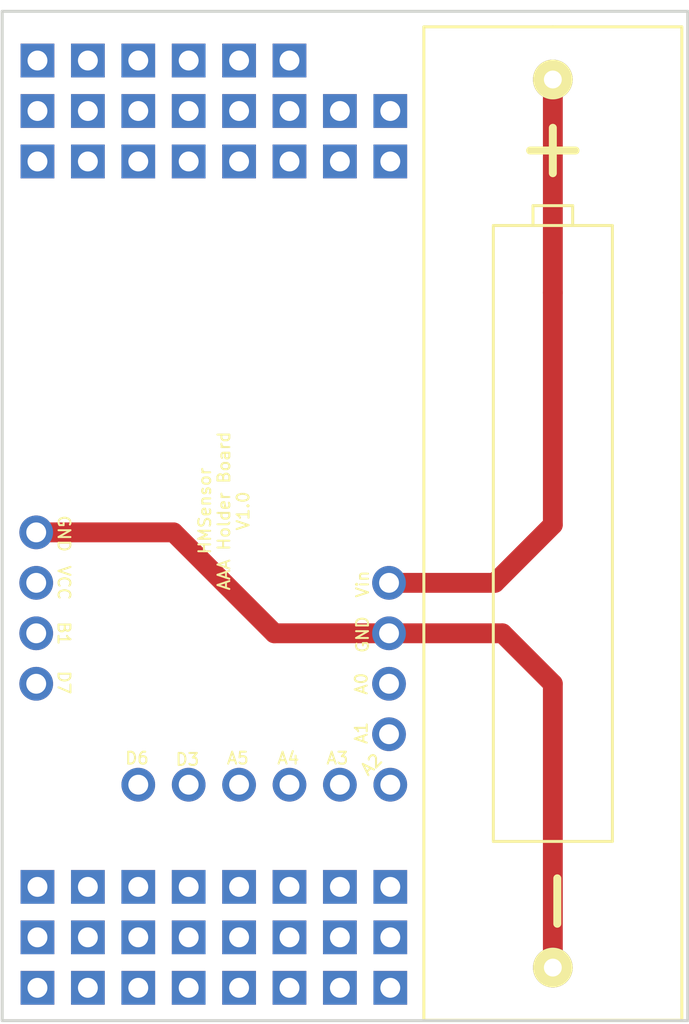
<source format=kicad_pcb>
(kicad_pcb (version 4) (host pcbnew 4.0.2-stable)

  (general
    (links 3)
    (no_connects 0)
    (area 169.088999 84.760999 203.783001 135.711001)
    (thickness 1.6)
    (drawings 19)
    (tracks 10)
    (zones 0)
    (modules 52)
    (nets 14)
  )

  (page A4)
  (layers
    (0 F.Cu signal)
    (31 B.Cu signal)
    (32 B.Adhes user)
    (33 F.Adhes user)
    (34 B.Paste user)
    (35 F.Paste user)
    (36 B.SilkS user)
    (37 F.SilkS user)
    (38 B.Mask user)
    (39 F.Mask user)
    (40 Dwgs.User user)
    (41 Cmts.User user)
    (42 Eco1.User user)
    (43 Eco2.User user)
    (44 Edge.Cuts user)
    (45 Margin user)
    (46 B.CrtYd user)
    (47 F.CrtYd user)
    (48 B.Fab user)
    (49 F.Fab user)
  )

  (setup
    (last_trace_width 0.25)
    (user_trace_width 1)
    (trace_clearance 0.2)
    (zone_clearance 0.508)
    (zone_45_only yes)
    (trace_min 0.2)
    (segment_width 0.2)
    (edge_width 0.15)
    (via_size 0.6)
    (via_drill 0.4)
    (via_min_size 0.4)
    (via_min_drill 0.3)
    (uvia_size 0.3)
    (uvia_drill 0.1)
    (uvias_allowed no)
    (uvia_min_size 0.2)
    (uvia_min_drill 0.1)
    (pcb_text_width 0.3)
    (pcb_text_size 1.5 1.5)
    (mod_edge_width 0.15)
    (mod_text_size 1 1)
    (mod_text_width 0.15)
    (pad_size 2 2)
    (pad_drill 0.9)
    (pad_to_mask_clearance 0.2)
    (aux_axis_origin 0 0)
    (visible_elements 7FFFFF7F)
    (pcbplotparams
      (layerselection 0x010f0_80000001)
      (usegerberextensions true)
      (excludeedgelayer true)
      (linewidth 0.100000)
      (plotframeref false)
      (viasonmask false)
      (mode 1)
      (useauxorigin false)
      (hpglpennumber 1)
      (hpglpenspeed 20)
      (hpglpendiameter 15)
      (hpglpenoverlay 2)
      (psnegative false)
      (psa4output false)
      (plotreference true)
      (plotvalue true)
      (plotinvisibletext false)
      (padsonsilk false)
      (subtractmaskfromsilk false)
      (outputformat 1)
      (mirror false)
      (drillshape 0)
      (scaleselection 1)
      (outputdirectory gerber/))
  )

  (net 0 "")
  (net 1 GND)
  (net 2 /A0)
  (net 3 /A1)
  (net 4 /A2)
  (net 5 /D3)
  (net 6 /A3)
  (net 7 /A4)
  (net 8 /A5)
  (net 9 /D6)
  (net 10 /Vin)
  (net 11 /D7)
  (net 12 /B1)
  (net 13 /VCC)

  (net_class Default "This is the default net class."
    (clearance 0.2)
    (trace_width 0.25)
    (via_dia 0.6)
    (via_drill 0.4)
    (uvia_dia 0.3)
    (uvia_drill 0.1)
    (add_net /A0)
    (add_net /A1)
    (add_net /A2)
    (add_net /A3)
    (add_net /A4)
    (add_net /A5)
    (add_net /B1)
    (add_net /D3)
    (add_net /D6)
    (add_net /D7)
    (add_net /VCC)
    (add_net /Vin)
    (add_net GND)
  )

  (net_class Fett ""
    (clearance 0.2)
    (trace_width 1)
    (via_dia 0.6)
    (via_drill 0.4)
    (uvia_dia 0.3)
    (uvia_drill 0.1)
  )

  (module Mounting_Holes:MountingHole_2.2mm_M2 (layer F.Cu) (tedit 592DBE53) (tstamp 595E056C)
    (at 188.087 86.741)
    (descr "Mounting Hole 2.2mm, no annular, M2")
    (tags "mounting hole 2.2mm no annular m2")
    (fp_text reference REF** (at -0.127 4.826) (layer F.SilkS) hide
      (effects (font (size 1 1) (thickness 0.15)))
    )
    (fp_text value MountingHole_2.2mm_M2 (at 0 3.2) (layer F.Fab) hide
      (effects (font (size 1 1) (thickness 0.15)))
    )
    (fp_circle (center 0 0) (end 2.2 0) (layer Cmts.User) (width 0.15))
    (fp_circle (center 0 0) (end 2.45 0) (layer F.CrtYd) (width 0.05))
    (pad 1 np_thru_hole circle (at 0 0) (size 2.2 2.2) (drill 2.2) (layers *.Cu *.Mask))
  )

  (module Pin_Headers:Pin_Header_Straight_1x01_Pitch2.54mm (layer F.Cu) (tedit 595C989C) (tstamp 595C9F34)
    (at 170.942 92.3925)
    (descr "Through hole straight pin header, 1x01, 2.54mm pitch, single row")
    (tags "Through hole pin header THT 1x01 2.54mm single row")
    (fp_text reference REF**24 (at 0 -2.33) (layer F.SilkS) hide
      (effects (font (size 1 1) (thickness 0.15)))
    )
    (fp_text value Pin_Header_Straight_1x01_Pitch2.54mm (at 0 2.33) (layer F.Fab) hide
      (effects (font (size 1 1) (thickness 0.15)))
    )
    (fp_line (start -1.27 -1.27) (end -1.27 1.27) (layer F.Fab) (width 0.1))
    (fp_line (start -1.27 1.27) (end 1.27 1.27) (layer F.Fab) (width 0.1))
    (fp_line (start 1.27 1.27) (end 1.27 -1.27) (layer F.Fab) (width 0.1))
    (fp_line (start 1.27 -1.27) (end -1.27 -1.27) (layer F.Fab) (width 0.1))
    (fp_line (start -1.8 -1.8) (end -1.8 1.8) (layer F.CrtYd) (width 0.05))
    (fp_line (start -1.8 1.8) (end 1.8 1.8) (layer F.CrtYd) (width 0.05))
    (fp_line (start 1.8 1.8) (end 1.8 -1.8) (layer F.CrtYd) (width 0.05))
    (fp_line (start 1.8 -1.8) (end -1.8 -1.8) (layer F.CrtYd) (width 0.05))
    (pad 1 thru_hole rect (at 0 0) (size 1.7 1.7) (drill 1) (layers *.Cu *.Mask))
  )

  (module Pin_Headers:Pin_Header_Straight_1x01_Pitch2.54mm (layer F.Cu) (tedit 595C989C) (tstamp 595C9F28)
    (at 173.482 92.3925)
    (descr "Through hole straight pin header, 1x01, 2.54mm pitch, single row")
    (tags "Through hole pin header THT 1x01 2.54mm single row")
    (fp_text reference REF**23 (at 0 -2.33) (layer F.SilkS) hide
      (effects (font (size 1 1) (thickness 0.15)))
    )
    (fp_text value Pin_Header_Straight_1x01_Pitch2.54mm (at 0 2.33) (layer F.Fab) hide
      (effects (font (size 1 1) (thickness 0.15)))
    )
    (fp_line (start -1.27 -1.27) (end -1.27 1.27) (layer F.Fab) (width 0.1))
    (fp_line (start -1.27 1.27) (end 1.27 1.27) (layer F.Fab) (width 0.1))
    (fp_line (start 1.27 1.27) (end 1.27 -1.27) (layer F.Fab) (width 0.1))
    (fp_line (start 1.27 -1.27) (end -1.27 -1.27) (layer F.Fab) (width 0.1))
    (fp_line (start -1.8 -1.8) (end -1.8 1.8) (layer F.CrtYd) (width 0.05))
    (fp_line (start -1.8 1.8) (end 1.8 1.8) (layer F.CrtYd) (width 0.05))
    (fp_line (start 1.8 1.8) (end 1.8 -1.8) (layer F.CrtYd) (width 0.05))
    (fp_line (start 1.8 -1.8) (end -1.8 -1.8) (layer F.CrtYd) (width 0.05))
    (pad 1 thru_hole rect (at 0 0) (size 1.7 1.7) (drill 1) (layers *.Cu *.Mask))
  )

  (module Pin_Headers:Pin_Header_Straight_1x01_Pitch2.54mm (layer F.Cu) (tedit 595C989C) (tstamp 595C9F1C)
    (at 176.022 92.3925)
    (descr "Through hole straight pin header, 1x01, 2.54mm pitch, single row")
    (tags "Through hole pin header THT 1x01 2.54mm single row")
    (fp_text reference REF**22 (at 0 -2.33) (layer F.SilkS) hide
      (effects (font (size 1 1) (thickness 0.15)))
    )
    (fp_text value Pin_Header_Straight_1x01_Pitch2.54mm (at 0 2.33) (layer F.Fab) hide
      (effects (font (size 1 1) (thickness 0.15)))
    )
    (fp_line (start -1.27 -1.27) (end -1.27 1.27) (layer F.Fab) (width 0.1))
    (fp_line (start -1.27 1.27) (end 1.27 1.27) (layer F.Fab) (width 0.1))
    (fp_line (start 1.27 1.27) (end 1.27 -1.27) (layer F.Fab) (width 0.1))
    (fp_line (start 1.27 -1.27) (end -1.27 -1.27) (layer F.Fab) (width 0.1))
    (fp_line (start -1.8 -1.8) (end -1.8 1.8) (layer F.CrtYd) (width 0.05))
    (fp_line (start -1.8 1.8) (end 1.8 1.8) (layer F.CrtYd) (width 0.05))
    (fp_line (start 1.8 1.8) (end 1.8 -1.8) (layer F.CrtYd) (width 0.05))
    (fp_line (start 1.8 -1.8) (end -1.8 -1.8) (layer F.CrtYd) (width 0.05))
    (pad 1 thru_hole rect (at 0 0) (size 1.7 1.7) (drill 1) (layers *.Cu *.Mask))
  )

  (module Pin_Headers:Pin_Header_Straight_1x01_Pitch2.54mm (layer F.Cu) (tedit 595C989C) (tstamp 595C9F10)
    (at 178.562 92.3925)
    (descr "Through hole straight pin header, 1x01, 2.54mm pitch, single row")
    (tags "Through hole pin header THT 1x01 2.54mm single row")
    (fp_text reference REF**21 (at 0 -2.33) (layer F.SilkS) hide
      (effects (font (size 1 1) (thickness 0.15)))
    )
    (fp_text value Pin_Header_Straight_1x01_Pitch2.54mm (at 0 2.33) (layer F.Fab) hide
      (effects (font (size 1 1) (thickness 0.15)))
    )
    (fp_line (start -1.27 -1.27) (end -1.27 1.27) (layer F.Fab) (width 0.1))
    (fp_line (start -1.27 1.27) (end 1.27 1.27) (layer F.Fab) (width 0.1))
    (fp_line (start 1.27 1.27) (end 1.27 -1.27) (layer F.Fab) (width 0.1))
    (fp_line (start 1.27 -1.27) (end -1.27 -1.27) (layer F.Fab) (width 0.1))
    (fp_line (start -1.8 -1.8) (end -1.8 1.8) (layer F.CrtYd) (width 0.05))
    (fp_line (start -1.8 1.8) (end 1.8 1.8) (layer F.CrtYd) (width 0.05))
    (fp_line (start 1.8 1.8) (end 1.8 -1.8) (layer F.CrtYd) (width 0.05))
    (fp_line (start 1.8 -1.8) (end -1.8 -1.8) (layer F.CrtYd) (width 0.05))
    (pad 1 thru_hole rect (at 0 0) (size 1.7 1.7) (drill 1) (layers *.Cu *.Mask))
  )

  (module Pin_Headers:Pin_Header_Straight_1x01_Pitch2.54mm (layer F.Cu) (tedit 595C989C) (tstamp 595C9F04)
    (at 181.102 92.3925)
    (descr "Through hole straight pin header, 1x01, 2.54mm pitch, single row")
    (tags "Through hole pin header THT 1x01 2.54mm single row")
    (fp_text reference REF**20 (at 0 -2.33) (layer F.SilkS) hide
      (effects (font (size 1 1) (thickness 0.15)))
    )
    (fp_text value Pin_Header_Straight_1x01_Pitch2.54mm (at 0 2.33) (layer F.Fab) hide
      (effects (font (size 1 1) (thickness 0.15)))
    )
    (fp_line (start -1.27 -1.27) (end -1.27 1.27) (layer F.Fab) (width 0.1))
    (fp_line (start -1.27 1.27) (end 1.27 1.27) (layer F.Fab) (width 0.1))
    (fp_line (start 1.27 1.27) (end 1.27 -1.27) (layer F.Fab) (width 0.1))
    (fp_line (start 1.27 -1.27) (end -1.27 -1.27) (layer F.Fab) (width 0.1))
    (fp_line (start -1.8 -1.8) (end -1.8 1.8) (layer F.CrtYd) (width 0.05))
    (fp_line (start -1.8 1.8) (end 1.8 1.8) (layer F.CrtYd) (width 0.05))
    (fp_line (start 1.8 1.8) (end 1.8 -1.8) (layer F.CrtYd) (width 0.05))
    (fp_line (start 1.8 -1.8) (end -1.8 -1.8) (layer F.CrtYd) (width 0.05))
    (pad 1 thru_hole rect (at 0 0) (size 1.7 1.7) (drill 1) (layers *.Cu *.Mask))
  )

  (module Pin_Headers:Pin_Header_Straight_1x01_Pitch2.54mm (layer F.Cu) (tedit 595C989C) (tstamp 595C9EF8)
    (at 183.642 92.3925)
    (descr "Through hole straight pin header, 1x01, 2.54mm pitch, single row")
    (tags "Through hole pin header THT 1x01 2.54mm single row")
    (fp_text reference REF**19 (at 0 -2.33) (layer F.SilkS) hide
      (effects (font (size 1 1) (thickness 0.15)))
    )
    (fp_text value Pin_Header_Straight_1x01_Pitch2.54mm (at 0 2.33) (layer F.Fab) hide
      (effects (font (size 1 1) (thickness 0.15)))
    )
    (fp_line (start -1.27 -1.27) (end -1.27 1.27) (layer F.Fab) (width 0.1))
    (fp_line (start -1.27 1.27) (end 1.27 1.27) (layer F.Fab) (width 0.1))
    (fp_line (start 1.27 1.27) (end 1.27 -1.27) (layer F.Fab) (width 0.1))
    (fp_line (start 1.27 -1.27) (end -1.27 -1.27) (layer F.Fab) (width 0.1))
    (fp_line (start -1.8 -1.8) (end -1.8 1.8) (layer F.CrtYd) (width 0.05))
    (fp_line (start -1.8 1.8) (end 1.8 1.8) (layer F.CrtYd) (width 0.05))
    (fp_line (start 1.8 1.8) (end 1.8 -1.8) (layer F.CrtYd) (width 0.05))
    (fp_line (start 1.8 -1.8) (end -1.8 -1.8) (layer F.CrtYd) (width 0.05))
    (pad 1 thru_hole rect (at 0 0) (size 1.7 1.7) (drill 1) (layers *.Cu *.Mask))
  )

  (module Pin_Headers:Pin_Header_Straight_1x01_Pitch2.54mm (layer F.Cu) (tedit 595C989C) (tstamp 595C9EEC)
    (at 186.182 92.3925)
    (descr "Through hole straight pin header, 1x01, 2.54mm pitch, single row")
    (tags "Through hole pin header THT 1x01 2.54mm single row")
    (fp_text reference REF**18 (at 0 -2.33) (layer F.SilkS) hide
      (effects (font (size 1 1) (thickness 0.15)))
    )
    (fp_text value Pin_Header_Straight_1x01_Pitch2.54mm (at 0 2.33) (layer F.Fab) hide
      (effects (font (size 1 1) (thickness 0.15)))
    )
    (fp_line (start -1.27 -1.27) (end -1.27 1.27) (layer F.Fab) (width 0.1))
    (fp_line (start -1.27 1.27) (end 1.27 1.27) (layer F.Fab) (width 0.1))
    (fp_line (start 1.27 1.27) (end 1.27 -1.27) (layer F.Fab) (width 0.1))
    (fp_line (start 1.27 -1.27) (end -1.27 -1.27) (layer F.Fab) (width 0.1))
    (fp_line (start -1.8 -1.8) (end -1.8 1.8) (layer F.CrtYd) (width 0.05))
    (fp_line (start -1.8 1.8) (end 1.8 1.8) (layer F.CrtYd) (width 0.05))
    (fp_line (start 1.8 1.8) (end 1.8 -1.8) (layer F.CrtYd) (width 0.05))
    (fp_line (start 1.8 -1.8) (end -1.8 -1.8) (layer F.CrtYd) (width 0.05))
    (pad 1 thru_hole rect (at 0 0) (size 1.7 1.7) (drill 1) (layers *.Cu *.Mask))
  )

  (module Pin_Headers:Pin_Header_Straight_1x01_Pitch2.54mm (layer F.Cu) (tedit 595C989C) (tstamp 595C9EE0)
    (at 188.722 92.3925)
    (descr "Through hole straight pin header, 1x01, 2.54mm pitch, single row")
    (tags "Through hole pin header THT 1x01 2.54mm single row")
    (fp_text reference REF**17 (at 0 -2.33) (layer F.SilkS) hide
      (effects (font (size 1 1) (thickness 0.15)))
    )
    (fp_text value Pin_Header_Straight_1x01_Pitch2.54mm (at 0 2.33) (layer F.Fab) hide
      (effects (font (size 1 1) (thickness 0.15)))
    )
    (fp_line (start -1.27 -1.27) (end -1.27 1.27) (layer F.Fab) (width 0.1))
    (fp_line (start -1.27 1.27) (end 1.27 1.27) (layer F.Fab) (width 0.1))
    (fp_line (start 1.27 1.27) (end 1.27 -1.27) (layer F.Fab) (width 0.1))
    (fp_line (start 1.27 -1.27) (end -1.27 -1.27) (layer F.Fab) (width 0.1))
    (fp_line (start -1.8 -1.8) (end -1.8 1.8) (layer F.CrtYd) (width 0.05))
    (fp_line (start -1.8 1.8) (end 1.8 1.8) (layer F.CrtYd) (width 0.05))
    (fp_line (start 1.8 1.8) (end 1.8 -1.8) (layer F.CrtYd) (width 0.05))
    (fp_line (start 1.8 -1.8) (end -1.8 -1.8) (layer F.CrtYd) (width 0.05))
    (pad 1 thru_hole rect (at 0 0) (size 1.7 1.7) (drill 1) (layers *.Cu *.Mask))
  )

  (module Pin_Headers:Pin_Header_Straight_1x01_Pitch2.54mm (layer F.Cu) (tedit 595C989C) (tstamp 595C9ED4)
    (at 170.942 89.8525)
    (descr "Through hole straight pin header, 1x01, 2.54mm pitch, single row")
    (tags "Through hole pin header THT 1x01 2.54mm single row")
    (fp_text reference REF**16 (at 0 -2.33) (layer F.SilkS) hide
      (effects (font (size 1 1) (thickness 0.15)))
    )
    (fp_text value Pin_Header_Straight_1x01_Pitch2.54mm (at 0 2.33) (layer F.Fab) hide
      (effects (font (size 1 1) (thickness 0.15)))
    )
    (fp_line (start -1.27 -1.27) (end -1.27 1.27) (layer F.Fab) (width 0.1))
    (fp_line (start -1.27 1.27) (end 1.27 1.27) (layer F.Fab) (width 0.1))
    (fp_line (start 1.27 1.27) (end 1.27 -1.27) (layer F.Fab) (width 0.1))
    (fp_line (start 1.27 -1.27) (end -1.27 -1.27) (layer F.Fab) (width 0.1))
    (fp_line (start -1.8 -1.8) (end -1.8 1.8) (layer F.CrtYd) (width 0.05))
    (fp_line (start -1.8 1.8) (end 1.8 1.8) (layer F.CrtYd) (width 0.05))
    (fp_line (start 1.8 1.8) (end 1.8 -1.8) (layer F.CrtYd) (width 0.05))
    (fp_line (start 1.8 -1.8) (end -1.8 -1.8) (layer F.CrtYd) (width 0.05))
    (pad 1 thru_hole rect (at 0 0) (size 1.7 1.7) (drill 1) (layers *.Cu *.Mask))
  )

  (module Pin_Headers:Pin_Header_Straight_1x01_Pitch2.54mm (layer F.Cu) (tedit 595C989C) (tstamp 595C9EC8)
    (at 173.482 89.8525)
    (descr "Through hole straight pin header, 1x01, 2.54mm pitch, single row")
    (tags "Through hole pin header THT 1x01 2.54mm single row")
    (fp_text reference REF**15 (at 0 -2.33) (layer F.SilkS) hide
      (effects (font (size 1 1) (thickness 0.15)))
    )
    (fp_text value Pin_Header_Straight_1x01_Pitch2.54mm (at 0 2.33) (layer F.Fab) hide
      (effects (font (size 1 1) (thickness 0.15)))
    )
    (fp_line (start -1.27 -1.27) (end -1.27 1.27) (layer F.Fab) (width 0.1))
    (fp_line (start -1.27 1.27) (end 1.27 1.27) (layer F.Fab) (width 0.1))
    (fp_line (start 1.27 1.27) (end 1.27 -1.27) (layer F.Fab) (width 0.1))
    (fp_line (start 1.27 -1.27) (end -1.27 -1.27) (layer F.Fab) (width 0.1))
    (fp_line (start -1.8 -1.8) (end -1.8 1.8) (layer F.CrtYd) (width 0.05))
    (fp_line (start -1.8 1.8) (end 1.8 1.8) (layer F.CrtYd) (width 0.05))
    (fp_line (start 1.8 1.8) (end 1.8 -1.8) (layer F.CrtYd) (width 0.05))
    (fp_line (start 1.8 -1.8) (end -1.8 -1.8) (layer F.CrtYd) (width 0.05))
    (pad 1 thru_hole rect (at 0 0) (size 1.7 1.7) (drill 1) (layers *.Cu *.Mask))
  )

  (module Pin_Headers:Pin_Header_Straight_1x01_Pitch2.54mm (layer F.Cu) (tedit 595C989C) (tstamp 595C9EBC)
    (at 176.022 89.8525)
    (descr "Through hole straight pin header, 1x01, 2.54mm pitch, single row")
    (tags "Through hole pin header THT 1x01 2.54mm single row")
    (fp_text reference REF**14 (at 0 -2.33) (layer F.SilkS) hide
      (effects (font (size 1 1) (thickness 0.15)))
    )
    (fp_text value Pin_Header_Straight_1x01_Pitch2.54mm (at 0 2.33) (layer F.Fab) hide
      (effects (font (size 1 1) (thickness 0.15)))
    )
    (fp_line (start -1.27 -1.27) (end -1.27 1.27) (layer F.Fab) (width 0.1))
    (fp_line (start -1.27 1.27) (end 1.27 1.27) (layer F.Fab) (width 0.1))
    (fp_line (start 1.27 1.27) (end 1.27 -1.27) (layer F.Fab) (width 0.1))
    (fp_line (start 1.27 -1.27) (end -1.27 -1.27) (layer F.Fab) (width 0.1))
    (fp_line (start -1.8 -1.8) (end -1.8 1.8) (layer F.CrtYd) (width 0.05))
    (fp_line (start -1.8 1.8) (end 1.8 1.8) (layer F.CrtYd) (width 0.05))
    (fp_line (start 1.8 1.8) (end 1.8 -1.8) (layer F.CrtYd) (width 0.05))
    (fp_line (start 1.8 -1.8) (end -1.8 -1.8) (layer F.CrtYd) (width 0.05))
    (pad 1 thru_hole rect (at 0 0) (size 1.7 1.7) (drill 1) (layers *.Cu *.Mask))
  )

  (module Pin_Headers:Pin_Header_Straight_1x01_Pitch2.54mm (layer F.Cu) (tedit 595C989C) (tstamp 595C9EB0)
    (at 178.562 89.8525)
    (descr "Through hole straight pin header, 1x01, 2.54mm pitch, single row")
    (tags "Through hole pin header THT 1x01 2.54mm single row")
    (fp_text reference REF**13 (at 0 -2.33) (layer F.SilkS) hide
      (effects (font (size 1 1) (thickness 0.15)))
    )
    (fp_text value Pin_Header_Straight_1x01_Pitch2.54mm (at 0 2.33) (layer F.Fab) hide
      (effects (font (size 1 1) (thickness 0.15)))
    )
    (fp_line (start -1.27 -1.27) (end -1.27 1.27) (layer F.Fab) (width 0.1))
    (fp_line (start -1.27 1.27) (end 1.27 1.27) (layer F.Fab) (width 0.1))
    (fp_line (start 1.27 1.27) (end 1.27 -1.27) (layer F.Fab) (width 0.1))
    (fp_line (start 1.27 -1.27) (end -1.27 -1.27) (layer F.Fab) (width 0.1))
    (fp_line (start -1.8 -1.8) (end -1.8 1.8) (layer F.CrtYd) (width 0.05))
    (fp_line (start -1.8 1.8) (end 1.8 1.8) (layer F.CrtYd) (width 0.05))
    (fp_line (start 1.8 1.8) (end 1.8 -1.8) (layer F.CrtYd) (width 0.05))
    (fp_line (start 1.8 -1.8) (end -1.8 -1.8) (layer F.CrtYd) (width 0.05))
    (pad 1 thru_hole rect (at 0 0) (size 1.7 1.7) (drill 1) (layers *.Cu *.Mask))
  )

  (module Pin_Headers:Pin_Header_Straight_1x01_Pitch2.54mm (layer F.Cu) (tedit 595C989C) (tstamp 595C9EA4)
    (at 181.102 89.8525)
    (descr "Through hole straight pin header, 1x01, 2.54mm pitch, single row")
    (tags "Through hole pin header THT 1x01 2.54mm single row")
    (fp_text reference REF**12 (at 0 -2.33) (layer F.SilkS) hide
      (effects (font (size 1 1) (thickness 0.15)))
    )
    (fp_text value Pin_Header_Straight_1x01_Pitch2.54mm (at 0 2.33) (layer F.Fab) hide
      (effects (font (size 1 1) (thickness 0.15)))
    )
    (fp_line (start -1.27 -1.27) (end -1.27 1.27) (layer F.Fab) (width 0.1))
    (fp_line (start -1.27 1.27) (end 1.27 1.27) (layer F.Fab) (width 0.1))
    (fp_line (start 1.27 1.27) (end 1.27 -1.27) (layer F.Fab) (width 0.1))
    (fp_line (start 1.27 -1.27) (end -1.27 -1.27) (layer F.Fab) (width 0.1))
    (fp_line (start -1.8 -1.8) (end -1.8 1.8) (layer F.CrtYd) (width 0.05))
    (fp_line (start -1.8 1.8) (end 1.8 1.8) (layer F.CrtYd) (width 0.05))
    (fp_line (start 1.8 1.8) (end 1.8 -1.8) (layer F.CrtYd) (width 0.05))
    (fp_line (start 1.8 -1.8) (end -1.8 -1.8) (layer F.CrtYd) (width 0.05))
    (pad 1 thru_hole rect (at 0 0) (size 1.7 1.7) (drill 1) (layers *.Cu *.Mask))
  )

  (module Pin_Headers:Pin_Header_Straight_1x01_Pitch2.54mm (layer F.Cu) (tedit 595C989C) (tstamp 595C9E98)
    (at 183.642 89.8525)
    (descr "Through hole straight pin header, 1x01, 2.54mm pitch, single row")
    (tags "Through hole pin header THT 1x01 2.54mm single row")
    (fp_text reference REF**11 (at 0 -2.33) (layer F.SilkS) hide
      (effects (font (size 1 1) (thickness 0.15)))
    )
    (fp_text value Pin_Header_Straight_1x01_Pitch2.54mm (at 0 2.33) (layer F.Fab) hide
      (effects (font (size 1 1) (thickness 0.15)))
    )
    (fp_line (start -1.27 -1.27) (end -1.27 1.27) (layer F.Fab) (width 0.1))
    (fp_line (start -1.27 1.27) (end 1.27 1.27) (layer F.Fab) (width 0.1))
    (fp_line (start 1.27 1.27) (end 1.27 -1.27) (layer F.Fab) (width 0.1))
    (fp_line (start 1.27 -1.27) (end -1.27 -1.27) (layer F.Fab) (width 0.1))
    (fp_line (start -1.8 -1.8) (end -1.8 1.8) (layer F.CrtYd) (width 0.05))
    (fp_line (start -1.8 1.8) (end 1.8 1.8) (layer F.CrtYd) (width 0.05))
    (fp_line (start 1.8 1.8) (end 1.8 -1.8) (layer F.CrtYd) (width 0.05))
    (fp_line (start 1.8 -1.8) (end -1.8 -1.8) (layer F.CrtYd) (width 0.05))
    (pad 1 thru_hole rect (at 0 0) (size 1.7 1.7) (drill 1) (layers *.Cu *.Mask))
  )

  (module Pin_Headers:Pin_Header_Straight_1x01_Pitch2.54mm (layer F.Cu) (tedit 595C989C) (tstamp 595C9E8C)
    (at 186.182 89.8525)
    (descr "Through hole straight pin header, 1x01, 2.54mm pitch, single row")
    (tags "Through hole pin header THT 1x01 2.54mm single row")
    (fp_text reference REF**10 (at 0 -2.33) (layer F.SilkS) hide
      (effects (font (size 1 1) (thickness 0.15)))
    )
    (fp_text value Pin_Header_Straight_1x01_Pitch2.54mm (at 0 2.33) (layer F.Fab) hide
      (effects (font (size 1 1) (thickness 0.15)))
    )
    (fp_line (start -1.27 -1.27) (end -1.27 1.27) (layer F.Fab) (width 0.1))
    (fp_line (start -1.27 1.27) (end 1.27 1.27) (layer F.Fab) (width 0.1))
    (fp_line (start 1.27 1.27) (end 1.27 -1.27) (layer F.Fab) (width 0.1))
    (fp_line (start 1.27 -1.27) (end -1.27 -1.27) (layer F.Fab) (width 0.1))
    (fp_line (start -1.8 -1.8) (end -1.8 1.8) (layer F.CrtYd) (width 0.05))
    (fp_line (start -1.8 1.8) (end 1.8 1.8) (layer F.CrtYd) (width 0.05))
    (fp_line (start 1.8 1.8) (end 1.8 -1.8) (layer F.CrtYd) (width 0.05))
    (fp_line (start 1.8 -1.8) (end -1.8 -1.8) (layer F.CrtYd) (width 0.05))
    (pad 1 thru_hole rect (at 0 0) (size 1.7 1.7) (drill 1) (layers *.Cu *.Mask))
  )

  (module Pin_Headers:Pin_Header_Straight_1x01_Pitch2.54mm (layer F.Cu) (tedit 595C989C) (tstamp 595C9E80)
    (at 188.722 89.8525)
    (descr "Through hole straight pin header, 1x01, 2.54mm pitch, single row")
    (tags "Through hole pin header THT 1x01 2.54mm single row")
    (fp_text reference REF**9 (at 0 -2.33) (layer F.SilkS) hide
      (effects (font (size 1 1) (thickness 0.15)))
    )
    (fp_text value Pin_Header_Straight_1x01_Pitch2.54mm (at 0 2.33) (layer F.Fab) hide
      (effects (font (size 1 1) (thickness 0.15)))
    )
    (fp_line (start -1.27 -1.27) (end -1.27 1.27) (layer F.Fab) (width 0.1))
    (fp_line (start -1.27 1.27) (end 1.27 1.27) (layer F.Fab) (width 0.1))
    (fp_line (start 1.27 1.27) (end 1.27 -1.27) (layer F.Fab) (width 0.1))
    (fp_line (start 1.27 -1.27) (end -1.27 -1.27) (layer F.Fab) (width 0.1))
    (fp_line (start -1.8 -1.8) (end -1.8 1.8) (layer F.CrtYd) (width 0.05))
    (fp_line (start -1.8 1.8) (end 1.8 1.8) (layer F.CrtYd) (width 0.05))
    (fp_line (start 1.8 1.8) (end 1.8 -1.8) (layer F.CrtYd) (width 0.05))
    (fp_line (start 1.8 -1.8) (end -1.8 -1.8) (layer F.CrtYd) (width 0.05))
    (pad 1 thru_hole rect (at 0 0) (size 1.7 1.7) (drill 1) (layers *.Cu *.Mask))
  )

  (module Pin_Headers:Pin_Header_Straight_1x01_Pitch2.54mm (layer F.Cu) (tedit 595C989C) (tstamp 595C9E74)
    (at 170.942 87.3125)
    (descr "Through hole straight pin header, 1x01, 2.54mm pitch, single row")
    (tags "Through hole pin header THT 1x01 2.54mm single row")
    (fp_text reference REF**8 (at 0 -2.33) (layer F.SilkS) hide
      (effects (font (size 1 1) (thickness 0.15)))
    )
    (fp_text value Pin_Header_Straight_1x01_Pitch2.54mm (at 0 2.33) (layer F.Fab) hide
      (effects (font (size 1 1) (thickness 0.15)))
    )
    (fp_line (start -1.27 -1.27) (end -1.27 1.27) (layer F.Fab) (width 0.1))
    (fp_line (start -1.27 1.27) (end 1.27 1.27) (layer F.Fab) (width 0.1))
    (fp_line (start 1.27 1.27) (end 1.27 -1.27) (layer F.Fab) (width 0.1))
    (fp_line (start 1.27 -1.27) (end -1.27 -1.27) (layer F.Fab) (width 0.1))
    (fp_line (start -1.8 -1.8) (end -1.8 1.8) (layer F.CrtYd) (width 0.05))
    (fp_line (start -1.8 1.8) (end 1.8 1.8) (layer F.CrtYd) (width 0.05))
    (fp_line (start 1.8 1.8) (end 1.8 -1.8) (layer F.CrtYd) (width 0.05))
    (fp_line (start 1.8 -1.8) (end -1.8 -1.8) (layer F.CrtYd) (width 0.05))
    (pad 1 thru_hole rect (at 0 0) (size 1.7 1.7) (drill 1) (layers *.Cu *.Mask))
  )

  (module Pin_Headers:Pin_Header_Straight_1x01_Pitch2.54mm (layer F.Cu) (tedit 595C989C) (tstamp 595C9E68)
    (at 173.482 87.3125)
    (descr "Through hole straight pin header, 1x01, 2.54mm pitch, single row")
    (tags "Through hole pin header THT 1x01 2.54mm single row")
    (fp_text reference REF**7 (at 0 -2.33) (layer F.SilkS) hide
      (effects (font (size 1 1) (thickness 0.15)))
    )
    (fp_text value Pin_Header_Straight_1x01_Pitch2.54mm (at 0 2.33) (layer F.Fab) hide
      (effects (font (size 1 1) (thickness 0.15)))
    )
    (fp_line (start -1.27 -1.27) (end -1.27 1.27) (layer F.Fab) (width 0.1))
    (fp_line (start -1.27 1.27) (end 1.27 1.27) (layer F.Fab) (width 0.1))
    (fp_line (start 1.27 1.27) (end 1.27 -1.27) (layer F.Fab) (width 0.1))
    (fp_line (start 1.27 -1.27) (end -1.27 -1.27) (layer F.Fab) (width 0.1))
    (fp_line (start -1.8 -1.8) (end -1.8 1.8) (layer F.CrtYd) (width 0.05))
    (fp_line (start -1.8 1.8) (end 1.8 1.8) (layer F.CrtYd) (width 0.05))
    (fp_line (start 1.8 1.8) (end 1.8 -1.8) (layer F.CrtYd) (width 0.05))
    (fp_line (start 1.8 -1.8) (end -1.8 -1.8) (layer F.CrtYd) (width 0.05))
    (pad 1 thru_hole rect (at 0 0) (size 1.7 1.7) (drill 1) (layers *.Cu *.Mask))
  )

  (module Pin_Headers:Pin_Header_Straight_1x01_Pitch2.54mm (layer F.Cu) (tedit 595C989C) (tstamp 595C9E5C)
    (at 176.022 87.3125)
    (descr "Through hole straight pin header, 1x01, 2.54mm pitch, single row")
    (tags "Through hole pin header THT 1x01 2.54mm single row")
    (fp_text reference REF**6 (at 0 -2.33) (layer F.SilkS) hide
      (effects (font (size 1 1) (thickness 0.15)))
    )
    (fp_text value Pin_Header_Straight_1x01_Pitch2.54mm (at 0 2.33) (layer F.Fab) hide
      (effects (font (size 1 1) (thickness 0.15)))
    )
    (fp_line (start -1.27 -1.27) (end -1.27 1.27) (layer F.Fab) (width 0.1))
    (fp_line (start -1.27 1.27) (end 1.27 1.27) (layer F.Fab) (width 0.1))
    (fp_line (start 1.27 1.27) (end 1.27 -1.27) (layer F.Fab) (width 0.1))
    (fp_line (start 1.27 -1.27) (end -1.27 -1.27) (layer F.Fab) (width 0.1))
    (fp_line (start -1.8 -1.8) (end -1.8 1.8) (layer F.CrtYd) (width 0.05))
    (fp_line (start -1.8 1.8) (end 1.8 1.8) (layer F.CrtYd) (width 0.05))
    (fp_line (start 1.8 1.8) (end 1.8 -1.8) (layer F.CrtYd) (width 0.05))
    (fp_line (start 1.8 -1.8) (end -1.8 -1.8) (layer F.CrtYd) (width 0.05))
    (pad 1 thru_hole rect (at 0 0) (size 1.7 1.7) (drill 1) (layers *.Cu *.Mask))
  )

  (module Pin_Headers:Pin_Header_Straight_1x01_Pitch2.54mm (layer F.Cu) (tedit 595C989C) (tstamp 595C9E50)
    (at 178.562 87.3125)
    (descr "Through hole straight pin header, 1x01, 2.54mm pitch, single row")
    (tags "Through hole pin header THT 1x01 2.54mm single row")
    (fp_text reference REF**5 (at 0 -2.33) (layer F.SilkS) hide
      (effects (font (size 1 1) (thickness 0.15)))
    )
    (fp_text value Pin_Header_Straight_1x01_Pitch2.54mm (at 0 2.33) (layer F.Fab) hide
      (effects (font (size 1 1) (thickness 0.15)))
    )
    (fp_line (start -1.27 -1.27) (end -1.27 1.27) (layer F.Fab) (width 0.1))
    (fp_line (start -1.27 1.27) (end 1.27 1.27) (layer F.Fab) (width 0.1))
    (fp_line (start 1.27 1.27) (end 1.27 -1.27) (layer F.Fab) (width 0.1))
    (fp_line (start 1.27 -1.27) (end -1.27 -1.27) (layer F.Fab) (width 0.1))
    (fp_line (start -1.8 -1.8) (end -1.8 1.8) (layer F.CrtYd) (width 0.05))
    (fp_line (start -1.8 1.8) (end 1.8 1.8) (layer F.CrtYd) (width 0.05))
    (fp_line (start 1.8 1.8) (end 1.8 -1.8) (layer F.CrtYd) (width 0.05))
    (fp_line (start 1.8 -1.8) (end -1.8 -1.8) (layer F.CrtYd) (width 0.05))
    (pad 1 thru_hole rect (at 0 0) (size 1.7 1.7) (drill 1) (layers *.Cu *.Mask))
  )

  (module Pin_Headers:Pin_Header_Straight_1x01_Pitch2.54mm (layer F.Cu) (tedit 595C989C) (tstamp 595C9E44)
    (at 181.102 87.3125)
    (descr "Through hole straight pin header, 1x01, 2.54mm pitch, single row")
    (tags "Through hole pin header THT 1x01 2.54mm single row")
    (fp_text reference REF**4 (at 0 -2.33) (layer F.SilkS) hide
      (effects (font (size 1 1) (thickness 0.15)))
    )
    (fp_text value Pin_Header_Straight_1x01_Pitch2.54mm (at 0 2.33) (layer F.Fab) hide
      (effects (font (size 1 1) (thickness 0.15)))
    )
    (fp_line (start -1.27 -1.27) (end -1.27 1.27) (layer F.Fab) (width 0.1))
    (fp_line (start -1.27 1.27) (end 1.27 1.27) (layer F.Fab) (width 0.1))
    (fp_line (start 1.27 1.27) (end 1.27 -1.27) (layer F.Fab) (width 0.1))
    (fp_line (start 1.27 -1.27) (end -1.27 -1.27) (layer F.Fab) (width 0.1))
    (fp_line (start -1.8 -1.8) (end -1.8 1.8) (layer F.CrtYd) (width 0.05))
    (fp_line (start -1.8 1.8) (end 1.8 1.8) (layer F.CrtYd) (width 0.05))
    (fp_line (start 1.8 1.8) (end 1.8 -1.8) (layer F.CrtYd) (width 0.05))
    (fp_line (start 1.8 -1.8) (end -1.8 -1.8) (layer F.CrtYd) (width 0.05))
    (pad 1 thru_hole rect (at 0 0) (size 1.7 1.7) (drill 1) (layers *.Cu *.Mask))
  )

  (module Pin_Headers:Pin_Header_Straight_1x01_Pitch2.54mm (layer F.Cu) (tedit 595C989C) (tstamp 595C9E38)
    (at 183.642 87.3125)
    (descr "Through hole straight pin header, 1x01, 2.54mm pitch, single row")
    (tags "Through hole pin header THT 1x01 2.54mm single row")
    (fp_text reference REF**3 (at 0 -2.33) (layer F.SilkS) hide
      (effects (font (size 1 1) (thickness 0.15)))
    )
    (fp_text value Pin_Header_Straight_1x01_Pitch2.54mm (at 0 2.33) (layer F.Fab) hide
      (effects (font (size 1 1) (thickness 0.15)))
    )
    (fp_line (start -1.27 -1.27) (end -1.27 1.27) (layer F.Fab) (width 0.1))
    (fp_line (start -1.27 1.27) (end 1.27 1.27) (layer F.Fab) (width 0.1))
    (fp_line (start 1.27 1.27) (end 1.27 -1.27) (layer F.Fab) (width 0.1))
    (fp_line (start 1.27 -1.27) (end -1.27 -1.27) (layer F.Fab) (width 0.1))
    (fp_line (start -1.8 -1.8) (end -1.8 1.8) (layer F.CrtYd) (width 0.05))
    (fp_line (start -1.8 1.8) (end 1.8 1.8) (layer F.CrtYd) (width 0.05))
    (fp_line (start 1.8 1.8) (end 1.8 -1.8) (layer F.CrtYd) (width 0.05))
    (fp_line (start 1.8 -1.8) (end -1.8 -1.8) (layer F.CrtYd) (width 0.05))
    (pad 1 thru_hole rect (at 0 0) (size 1.7 1.7) (drill 1) (layers *.Cu *.Mask))
  )

  (module Pin_Headers:Pin_Header_Straight_1x01_Pitch2.54mm (layer F.Cu) (tedit 595C989C) (tstamp 595C9DBE)
    (at 170.942 128.905)
    (descr "Through hole straight pin header, 1x01, 2.54mm pitch, single row")
    (tags "Through hole pin header THT 1x01 2.54mm single row")
    (fp_text reference REF**24 (at 0 -2.33) (layer F.SilkS) hide
      (effects (font (size 1 1) (thickness 0.15)))
    )
    (fp_text value Pin_Header_Straight_1x01_Pitch2.54mm (at 0 2.33) (layer F.Fab) hide
      (effects (font (size 1 1) (thickness 0.15)))
    )
    (fp_line (start -1.27 -1.27) (end -1.27 1.27) (layer F.Fab) (width 0.1))
    (fp_line (start -1.27 1.27) (end 1.27 1.27) (layer F.Fab) (width 0.1))
    (fp_line (start 1.27 1.27) (end 1.27 -1.27) (layer F.Fab) (width 0.1))
    (fp_line (start 1.27 -1.27) (end -1.27 -1.27) (layer F.Fab) (width 0.1))
    (fp_line (start -1.8 -1.8) (end -1.8 1.8) (layer F.CrtYd) (width 0.05))
    (fp_line (start -1.8 1.8) (end 1.8 1.8) (layer F.CrtYd) (width 0.05))
    (fp_line (start 1.8 1.8) (end 1.8 -1.8) (layer F.CrtYd) (width 0.05))
    (fp_line (start 1.8 -1.8) (end -1.8 -1.8) (layer F.CrtYd) (width 0.05))
    (pad 1 thru_hole rect (at 0 0) (size 1.7 1.7) (drill 1) (layers *.Cu *.Mask))
  )

  (module Pin_Headers:Pin_Header_Straight_1x01_Pitch2.54mm (layer F.Cu) (tedit 595C989C) (tstamp 595C9DB2)
    (at 173.482 128.905)
    (descr "Through hole straight pin header, 1x01, 2.54mm pitch, single row")
    (tags "Through hole pin header THT 1x01 2.54mm single row")
    (fp_text reference REF**23 (at 0 -2.33) (layer F.SilkS) hide
      (effects (font (size 1 1) (thickness 0.15)))
    )
    (fp_text value Pin_Header_Straight_1x01_Pitch2.54mm (at 0 2.33) (layer F.Fab) hide
      (effects (font (size 1 1) (thickness 0.15)))
    )
    (fp_line (start -1.27 -1.27) (end -1.27 1.27) (layer F.Fab) (width 0.1))
    (fp_line (start -1.27 1.27) (end 1.27 1.27) (layer F.Fab) (width 0.1))
    (fp_line (start 1.27 1.27) (end 1.27 -1.27) (layer F.Fab) (width 0.1))
    (fp_line (start 1.27 -1.27) (end -1.27 -1.27) (layer F.Fab) (width 0.1))
    (fp_line (start -1.8 -1.8) (end -1.8 1.8) (layer F.CrtYd) (width 0.05))
    (fp_line (start -1.8 1.8) (end 1.8 1.8) (layer F.CrtYd) (width 0.05))
    (fp_line (start 1.8 1.8) (end 1.8 -1.8) (layer F.CrtYd) (width 0.05))
    (fp_line (start 1.8 -1.8) (end -1.8 -1.8) (layer F.CrtYd) (width 0.05))
    (pad 1 thru_hole rect (at 0 0) (size 1.7 1.7) (drill 1) (layers *.Cu *.Mask))
  )

  (module Pin_Headers:Pin_Header_Straight_1x01_Pitch2.54mm (layer F.Cu) (tedit 595C989C) (tstamp 595C9DA6)
    (at 176.022 128.905)
    (descr "Through hole straight pin header, 1x01, 2.54mm pitch, single row")
    (tags "Through hole pin header THT 1x01 2.54mm single row")
    (fp_text reference REF**22 (at 0 -2.33) (layer F.SilkS) hide
      (effects (font (size 1 1) (thickness 0.15)))
    )
    (fp_text value Pin_Header_Straight_1x01_Pitch2.54mm (at 0 2.33) (layer F.Fab) hide
      (effects (font (size 1 1) (thickness 0.15)))
    )
    (fp_line (start -1.27 -1.27) (end -1.27 1.27) (layer F.Fab) (width 0.1))
    (fp_line (start -1.27 1.27) (end 1.27 1.27) (layer F.Fab) (width 0.1))
    (fp_line (start 1.27 1.27) (end 1.27 -1.27) (layer F.Fab) (width 0.1))
    (fp_line (start 1.27 -1.27) (end -1.27 -1.27) (layer F.Fab) (width 0.1))
    (fp_line (start -1.8 -1.8) (end -1.8 1.8) (layer F.CrtYd) (width 0.05))
    (fp_line (start -1.8 1.8) (end 1.8 1.8) (layer F.CrtYd) (width 0.05))
    (fp_line (start 1.8 1.8) (end 1.8 -1.8) (layer F.CrtYd) (width 0.05))
    (fp_line (start 1.8 -1.8) (end -1.8 -1.8) (layer F.CrtYd) (width 0.05))
    (pad 1 thru_hole rect (at 0 0) (size 1.7 1.7) (drill 1) (layers *.Cu *.Mask))
  )

  (module Pin_Headers:Pin_Header_Straight_1x01_Pitch2.54mm (layer F.Cu) (tedit 595C989C) (tstamp 595C9D9A)
    (at 178.562 128.905)
    (descr "Through hole straight pin header, 1x01, 2.54mm pitch, single row")
    (tags "Through hole pin header THT 1x01 2.54mm single row")
    (fp_text reference REF**21 (at 0 -2.33) (layer F.SilkS) hide
      (effects (font (size 1 1) (thickness 0.15)))
    )
    (fp_text value Pin_Header_Straight_1x01_Pitch2.54mm (at 0 2.33) (layer F.Fab) hide
      (effects (font (size 1 1) (thickness 0.15)))
    )
    (fp_line (start -1.27 -1.27) (end -1.27 1.27) (layer F.Fab) (width 0.1))
    (fp_line (start -1.27 1.27) (end 1.27 1.27) (layer F.Fab) (width 0.1))
    (fp_line (start 1.27 1.27) (end 1.27 -1.27) (layer F.Fab) (width 0.1))
    (fp_line (start 1.27 -1.27) (end -1.27 -1.27) (layer F.Fab) (width 0.1))
    (fp_line (start -1.8 -1.8) (end -1.8 1.8) (layer F.CrtYd) (width 0.05))
    (fp_line (start -1.8 1.8) (end 1.8 1.8) (layer F.CrtYd) (width 0.05))
    (fp_line (start 1.8 1.8) (end 1.8 -1.8) (layer F.CrtYd) (width 0.05))
    (fp_line (start 1.8 -1.8) (end -1.8 -1.8) (layer F.CrtYd) (width 0.05))
    (pad 1 thru_hole rect (at 0 0) (size 1.7 1.7) (drill 1) (layers *.Cu *.Mask))
  )

  (module Pin_Headers:Pin_Header_Straight_1x01_Pitch2.54mm (layer F.Cu) (tedit 595C989C) (tstamp 595C9D8E)
    (at 181.102 128.905)
    (descr "Through hole straight pin header, 1x01, 2.54mm pitch, single row")
    (tags "Through hole pin header THT 1x01 2.54mm single row")
    (fp_text reference REF**20 (at 0 -2.33) (layer F.SilkS) hide
      (effects (font (size 1 1) (thickness 0.15)))
    )
    (fp_text value Pin_Header_Straight_1x01_Pitch2.54mm (at 0 2.33) (layer F.Fab) hide
      (effects (font (size 1 1) (thickness 0.15)))
    )
    (fp_line (start -1.27 -1.27) (end -1.27 1.27) (layer F.Fab) (width 0.1))
    (fp_line (start -1.27 1.27) (end 1.27 1.27) (layer F.Fab) (width 0.1))
    (fp_line (start 1.27 1.27) (end 1.27 -1.27) (layer F.Fab) (width 0.1))
    (fp_line (start 1.27 -1.27) (end -1.27 -1.27) (layer F.Fab) (width 0.1))
    (fp_line (start -1.8 -1.8) (end -1.8 1.8) (layer F.CrtYd) (width 0.05))
    (fp_line (start -1.8 1.8) (end 1.8 1.8) (layer F.CrtYd) (width 0.05))
    (fp_line (start 1.8 1.8) (end 1.8 -1.8) (layer F.CrtYd) (width 0.05))
    (fp_line (start 1.8 -1.8) (end -1.8 -1.8) (layer F.CrtYd) (width 0.05))
    (pad 1 thru_hole rect (at 0 0) (size 1.7 1.7) (drill 1) (layers *.Cu *.Mask))
  )

  (module Pin_Headers:Pin_Header_Straight_1x01_Pitch2.54mm (layer F.Cu) (tedit 595C989C) (tstamp 595C9D82)
    (at 183.642 128.905)
    (descr "Through hole straight pin header, 1x01, 2.54mm pitch, single row")
    (tags "Through hole pin header THT 1x01 2.54mm single row")
    (fp_text reference REF**19 (at 0 -2.33) (layer F.SilkS) hide
      (effects (font (size 1 1) (thickness 0.15)))
    )
    (fp_text value Pin_Header_Straight_1x01_Pitch2.54mm (at 0 2.33) (layer F.Fab) hide
      (effects (font (size 1 1) (thickness 0.15)))
    )
    (fp_line (start -1.27 -1.27) (end -1.27 1.27) (layer F.Fab) (width 0.1))
    (fp_line (start -1.27 1.27) (end 1.27 1.27) (layer F.Fab) (width 0.1))
    (fp_line (start 1.27 1.27) (end 1.27 -1.27) (layer F.Fab) (width 0.1))
    (fp_line (start 1.27 -1.27) (end -1.27 -1.27) (layer F.Fab) (width 0.1))
    (fp_line (start -1.8 -1.8) (end -1.8 1.8) (layer F.CrtYd) (width 0.05))
    (fp_line (start -1.8 1.8) (end 1.8 1.8) (layer F.CrtYd) (width 0.05))
    (fp_line (start 1.8 1.8) (end 1.8 -1.8) (layer F.CrtYd) (width 0.05))
    (fp_line (start 1.8 -1.8) (end -1.8 -1.8) (layer F.CrtYd) (width 0.05))
    (pad 1 thru_hole rect (at 0 0) (size 1.7 1.7) (drill 1) (layers *.Cu *.Mask))
  )

  (module Pin_Headers:Pin_Header_Straight_1x01_Pitch2.54mm (layer F.Cu) (tedit 595C989C) (tstamp 595C9D76)
    (at 186.182 128.905)
    (descr "Through hole straight pin header, 1x01, 2.54mm pitch, single row")
    (tags "Through hole pin header THT 1x01 2.54mm single row")
    (fp_text reference REF**18 (at 0 -2.33) (layer F.SilkS) hide
      (effects (font (size 1 1) (thickness 0.15)))
    )
    (fp_text value Pin_Header_Straight_1x01_Pitch2.54mm (at 0 2.33) (layer F.Fab) hide
      (effects (font (size 1 1) (thickness 0.15)))
    )
    (fp_line (start -1.27 -1.27) (end -1.27 1.27) (layer F.Fab) (width 0.1))
    (fp_line (start -1.27 1.27) (end 1.27 1.27) (layer F.Fab) (width 0.1))
    (fp_line (start 1.27 1.27) (end 1.27 -1.27) (layer F.Fab) (width 0.1))
    (fp_line (start 1.27 -1.27) (end -1.27 -1.27) (layer F.Fab) (width 0.1))
    (fp_line (start -1.8 -1.8) (end -1.8 1.8) (layer F.CrtYd) (width 0.05))
    (fp_line (start -1.8 1.8) (end 1.8 1.8) (layer F.CrtYd) (width 0.05))
    (fp_line (start 1.8 1.8) (end 1.8 -1.8) (layer F.CrtYd) (width 0.05))
    (fp_line (start 1.8 -1.8) (end -1.8 -1.8) (layer F.CrtYd) (width 0.05))
    (pad 1 thru_hole rect (at 0 0) (size 1.7 1.7) (drill 1) (layers *.Cu *.Mask))
  )

  (module Pin_Headers:Pin_Header_Straight_1x01_Pitch2.54mm (layer F.Cu) (tedit 595C989C) (tstamp 595C9D6A)
    (at 188.722 128.905)
    (descr "Through hole straight pin header, 1x01, 2.54mm pitch, single row")
    (tags "Through hole pin header THT 1x01 2.54mm single row")
    (fp_text reference REF**17 (at 0 -2.33) (layer F.SilkS) hide
      (effects (font (size 1 1) (thickness 0.15)))
    )
    (fp_text value Pin_Header_Straight_1x01_Pitch2.54mm (at 0 2.33) (layer F.Fab) hide
      (effects (font (size 1 1) (thickness 0.15)))
    )
    (fp_line (start -1.27 -1.27) (end -1.27 1.27) (layer F.Fab) (width 0.1))
    (fp_line (start -1.27 1.27) (end 1.27 1.27) (layer F.Fab) (width 0.1))
    (fp_line (start 1.27 1.27) (end 1.27 -1.27) (layer F.Fab) (width 0.1))
    (fp_line (start 1.27 -1.27) (end -1.27 -1.27) (layer F.Fab) (width 0.1))
    (fp_line (start -1.8 -1.8) (end -1.8 1.8) (layer F.CrtYd) (width 0.05))
    (fp_line (start -1.8 1.8) (end 1.8 1.8) (layer F.CrtYd) (width 0.05))
    (fp_line (start 1.8 1.8) (end 1.8 -1.8) (layer F.CrtYd) (width 0.05))
    (fp_line (start 1.8 -1.8) (end -1.8 -1.8) (layer F.CrtYd) (width 0.05))
    (pad 1 thru_hole rect (at 0 0) (size 1.7 1.7) (drill 1) (layers *.Cu *.Mask))
  )

  (module Pin_Headers:Pin_Header_Straight_1x01_Pitch2.54mm (layer F.Cu) (tedit 595C989C) (tstamp 595C9D5E)
    (at 170.942 131.445)
    (descr "Through hole straight pin header, 1x01, 2.54mm pitch, single row")
    (tags "Through hole pin header THT 1x01 2.54mm single row")
    (fp_text reference REF**16 (at 0 -2.33) (layer F.SilkS) hide
      (effects (font (size 1 1) (thickness 0.15)))
    )
    (fp_text value Pin_Header_Straight_1x01_Pitch2.54mm (at 0 2.33) (layer F.Fab) hide
      (effects (font (size 1 1) (thickness 0.15)))
    )
    (fp_line (start -1.27 -1.27) (end -1.27 1.27) (layer F.Fab) (width 0.1))
    (fp_line (start -1.27 1.27) (end 1.27 1.27) (layer F.Fab) (width 0.1))
    (fp_line (start 1.27 1.27) (end 1.27 -1.27) (layer F.Fab) (width 0.1))
    (fp_line (start 1.27 -1.27) (end -1.27 -1.27) (layer F.Fab) (width 0.1))
    (fp_line (start -1.8 -1.8) (end -1.8 1.8) (layer F.CrtYd) (width 0.05))
    (fp_line (start -1.8 1.8) (end 1.8 1.8) (layer F.CrtYd) (width 0.05))
    (fp_line (start 1.8 1.8) (end 1.8 -1.8) (layer F.CrtYd) (width 0.05))
    (fp_line (start 1.8 -1.8) (end -1.8 -1.8) (layer F.CrtYd) (width 0.05))
    (pad 1 thru_hole rect (at 0 0) (size 1.7 1.7) (drill 1) (layers *.Cu *.Mask))
  )

  (module Pin_Headers:Pin_Header_Straight_1x01_Pitch2.54mm (layer F.Cu) (tedit 595C989C) (tstamp 595C9D52)
    (at 173.482 131.445)
    (descr "Through hole straight pin header, 1x01, 2.54mm pitch, single row")
    (tags "Through hole pin header THT 1x01 2.54mm single row")
    (fp_text reference REF**15 (at 0 -2.33) (layer F.SilkS) hide
      (effects (font (size 1 1) (thickness 0.15)))
    )
    (fp_text value Pin_Header_Straight_1x01_Pitch2.54mm (at 0 2.33) (layer F.Fab) hide
      (effects (font (size 1 1) (thickness 0.15)))
    )
    (fp_line (start -1.27 -1.27) (end -1.27 1.27) (layer F.Fab) (width 0.1))
    (fp_line (start -1.27 1.27) (end 1.27 1.27) (layer F.Fab) (width 0.1))
    (fp_line (start 1.27 1.27) (end 1.27 -1.27) (layer F.Fab) (width 0.1))
    (fp_line (start 1.27 -1.27) (end -1.27 -1.27) (layer F.Fab) (width 0.1))
    (fp_line (start -1.8 -1.8) (end -1.8 1.8) (layer F.CrtYd) (width 0.05))
    (fp_line (start -1.8 1.8) (end 1.8 1.8) (layer F.CrtYd) (width 0.05))
    (fp_line (start 1.8 1.8) (end 1.8 -1.8) (layer F.CrtYd) (width 0.05))
    (fp_line (start 1.8 -1.8) (end -1.8 -1.8) (layer F.CrtYd) (width 0.05))
    (pad 1 thru_hole rect (at 0 0) (size 1.7 1.7) (drill 1) (layers *.Cu *.Mask))
  )

  (module Pin_Headers:Pin_Header_Straight_1x01_Pitch2.54mm (layer F.Cu) (tedit 595C989C) (tstamp 595C9D46)
    (at 176.022 131.445)
    (descr "Through hole straight pin header, 1x01, 2.54mm pitch, single row")
    (tags "Through hole pin header THT 1x01 2.54mm single row")
    (fp_text reference REF**14 (at 0 -2.33) (layer F.SilkS) hide
      (effects (font (size 1 1) (thickness 0.15)))
    )
    (fp_text value Pin_Header_Straight_1x01_Pitch2.54mm (at 0 2.33) (layer F.Fab) hide
      (effects (font (size 1 1) (thickness 0.15)))
    )
    (fp_line (start -1.27 -1.27) (end -1.27 1.27) (layer F.Fab) (width 0.1))
    (fp_line (start -1.27 1.27) (end 1.27 1.27) (layer F.Fab) (width 0.1))
    (fp_line (start 1.27 1.27) (end 1.27 -1.27) (layer F.Fab) (width 0.1))
    (fp_line (start 1.27 -1.27) (end -1.27 -1.27) (layer F.Fab) (width 0.1))
    (fp_line (start -1.8 -1.8) (end -1.8 1.8) (layer F.CrtYd) (width 0.05))
    (fp_line (start -1.8 1.8) (end 1.8 1.8) (layer F.CrtYd) (width 0.05))
    (fp_line (start 1.8 1.8) (end 1.8 -1.8) (layer F.CrtYd) (width 0.05))
    (fp_line (start 1.8 -1.8) (end -1.8 -1.8) (layer F.CrtYd) (width 0.05))
    (pad 1 thru_hole rect (at 0 0) (size 1.7 1.7) (drill 1) (layers *.Cu *.Mask))
  )

  (module Pin_Headers:Pin_Header_Straight_1x01_Pitch2.54mm (layer F.Cu) (tedit 595C989C) (tstamp 595C9D3A)
    (at 178.562 131.445)
    (descr "Through hole straight pin header, 1x01, 2.54mm pitch, single row")
    (tags "Through hole pin header THT 1x01 2.54mm single row")
    (fp_text reference REF**13 (at 0 -2.33) (layer F.SilkS) hide
      (effects (font (size 1 1) (thickness 0.15)))
    )
    (fp_text value Pin_Header_Straight_1x01_Pitch2.54mm (at 0 2.33) (layer F.Fab) hide
      (effects (font (size 1 1) (thickness 0.15)))
    )
    (fp_line (start -1.27 -1.27) (end -1.27 1.27) (layer F.Fab) (width 0.1))
    (fp_line (start -1.27 1.27) (end 1.27 1.27) (layer F.Fab) (width 0.1))
    (fp_line (start 1.27 1.27) (end 1.27 -1.27) (layer F.Fab) (width 0.1))
    (fp_line (start 1.27 -1.27) (end -1.27 -1.27) (layer F.Fab) (width 0.1))
    (fp_line (start -1.8 -1.8) (end -1.8 1.8) (layer F.CrtYd) (width 0.05))
    (fp_line (start -1.8 1.8) (end 1.8 1.8) (layer F.CrtYd) (width 0.05))
    (fp_line (start 1.8 1.8) (end 1.8 -1.8) (layer F.CrtYd) (width 0.05))
    (fp_line (start 1.8 -1.8) (end -1.8 -1.8) (layer F.CrtYd) (width 0.05))
    (pad 1 thru_hole rect (at 0 0) (size 1.7 1.7) (drill 1) (layers *.Cu *.Mask))
  )

  (module Pin_Headers:Pin_Header_Straight_1x01_Pitch2.54mm (layer F.Cu) (tedit 595C989C) (tstamp 595C9D2E)
    (at 181.102 131.445)
    (descr "Through hole straight pin header, 1x01, 2.54mm pitch, single row")
    (tags "Through hole pin header THT 1x01 2.54mm single row")
    (fp_text reference REF**12 (at 0 -2.33) (layer F.SilkS) hide
      (effects (font (size 1 1) (thickness 0.15)))
    )
    (fp_text value Pin_Header_Straight_1x01_Pitch2.54mm (at 0 2.33) (layer F.Fab) hide
      (effects (font (size 1 1) (thickness 0.15)))
    )
    (fp_line (start -1.27 -1.27) (end -1.27 1.27) (layer F.Fab) (width 0.1))
    (fp_line (start -1.27 1.27) (end 1.27 1.27) (layer F.Fab) (width 0.1))
    (fp_line (start 1.27 1.27) (end 1.27 -1.27) (layer F.Fab) (width 0.1))
    (fp_line (start 1.27 -1.27) (end -1.27 -1.27) (layer F.Fab) (width 0.1))
    (fp_line (start -1.8 -1.8) (end -1.8 1.8) (layer F.CrtYd) (width 0.05))
    (fp_line (start -1.8 1.8) (end 1.8 1.8) (layer F.CrtYd) (width 0.05))
    (fp_line (start 1.8 1.8) (end 1.8 -1.8) (layer F.CrtYd) (width 0.05))
    (fp_line (start 1.8 -1.8) (end -1.8 -1.8) (layer F.CrtYd) (width 0.05))
    (pad 1 thru_hole rect (at 0 0) (size 1.7 1.7) (drill 1) (layers *.Cu *.Mask))
  )

  (module Pin_Headers:Pin_Header_Straight_1x01_Pitch2.54mm (layer F.Cu) (tedit 595C989C) (tstamp 595C9D22)
    (at 183.642 131.445)
    (descr "Through hole straight pin header, 1x01, 2.54mm pitch, single row")
    (tags "Through hole pin header THT 1x01 2.54mm single row")
    (fp_text reference REF**11 (at 0 -2.33) (layer F.SilkS) hide
      (effects (font (size 1 1) (thickness 0.15)))
    )
    (fp_text value Pin_Header_Straight_1x01_Pitch2.54mm (at 0 2.33) (layer F.Fab) hide
      (effects (font (size 1 1) (thickness 0.15)))
    )
    (fp_line (start -1.27 -1.27) (end -1.27 1.27) (layer F.Fab) (width 0.1))
    (fp_line (start -1.27 1.27) (end 1.27 1.27) (layer F.Fab) (width 0.1))
    (fp_line (start 1.27 1.27) (end 1.27 -1.27) (layer F.Fab) (width 0.1))
    (fp_line (start 1.27 -1.27) (end -1.27 -1.27) (layer F.Fab) (width 0.1))
    (fp_line (start -1.8 -1.8) (end -1.8 1.8) (layer F.CrtYd) (width 0.05))
    (fp_line (start -1.8 1.8) (end 1.8 1.8) (layer F.CrtYd) (width 0.05))
    (fp_line (start 1.8 1.8) (end 1.8 -1.8) (layer F.CrtYd) (width 0.05))
    (fp_line (start 1.8 -1.8) (end -1.8 -1.8) (layer F.CrtYd) (width 0.05))
    (pad 1 thru_hole rect (at 0 0) (size 1.7 1.7) (drill 1) (layers *.Cu *.Mask))
  )

  (module Pin_Headers:Pin_Header_Straight_1x01_Pitch2.54mm (layer F.Cu) (tedit 595C989C) (tstamp 595C9D16)
    (at 186.182 131.445)
    (descr "Through hole straight pin header, 1x01, 2.54mm pitch, single row")
    (tags "Through hole pin header THT 1x01 2.54mm single row")
    (fp_text reference REF**10 (at 0 -2.33) (layer F.SilkS) hide
      (effects (font (size 1 1) (thickness 0.15)))
    )
    (fp_text value Pin_Header_Straight_1x01_Pitch2.54mm (at 0 2.33) (layer F.Fab) hide
      (effects (font (size 1 1) (thickness 0.15)))
    )
    (fp_line (start -1.27 -1.27) (end -1.27 1.27) (layer F.Fab) (width 0.1))
    (fp_line (start -1.27 1.27) (end 1.27 1.27) (layer F.Fab) (width 0.1))
    (fp_line (start 1.27 1.27) (end 1.27 -1.27) (layer F.Fab) (width 0.1))
    (fp_line (start 1.27 -1.27) (end -1.27 -1.27) (layer F.Fab) (width 0.1))
    (fp_line (start -1.8 -1.8) (end -1.8 1.8) (layer F.CrtYd) (width 0.05))
    (fp_line (start -1.8 1.8) (end 1.8 1.8) (layer F.CrtYd) (width 0.05))
    (fp_line (start 1.8 1.8) (end 1.8 -1.8) (layer F.CrtYd) (width 0.05))
    (fp_line (start 1.8 -1.8) (end -1.8 -1.8) (layer F.CrtYd) (width 0.05))
    (pad 1 thru_hole rect (at 0 0) (size 1.7 1.7) (drill 1) (layers *.Cu *.Mask))
  )

  (module Pin_Headers:Pin_Header_Straight_1x01_Pitch2.54mm (layer F.Cu) (tedit 595C989C) (tstamp 595C9D0A)
    (at 188.722 131.445)
    (descr "Through hole straight pin header, 1x01, 2.54mm pitch, single row")
    (tags "Through hole pin header THT 1x01 2.54mm single row")
    (fp_text reference REF**9 (at 0 -2.33) (layer F.SilkS) hide
      (effects (font (size 1 1) (thickness 0.15)))
    )
    (fp_text value Pin_Header_Straight_1x01_Pitch2.54mm (at 0 2.33) (layer F.Fab) hide
      (effects (font (size 1 1) (thickness 0.15)))
    )
    (fp_line (start -1.27 -1.27) (end -1.27 1.27) (layer F.Fab) (width 0.1))
    (fp_line (start -1.27 1.27) (end 1.27 1.27) (layer F.Fab) (width 0.1))
    (fp_line (start 1.27 1.27) (end 1.27 -1.27) (layer F.Fab) (width 0.1))
    (fp_line (start 1.27 -1.27) (end -1.27 -1.27) (layer F.Fab) (width 0.1))
    (fp_line (start -1.8 -1.8) (end -1.8 1.8) (layer F.CrtYd) (width 0.05))
    (fp_line (start -1.8 1.8) (end 1.8 1.8) (layer F.CrtYd) (width 0.05))
    (fp_line (start 1.8 1.8) (end 1.8 -1.8) (layer F.CrtYd) (width 0.05))
    (fp_line (start 1.8 -1.8) (end -1.8 -1.8) (layer F.CrtYd) (width 0.05))
    (pad 1 thru_hole rect (at 0 0) (size 1.7 1.7) (drill 1) (layers *.Cu *.Mask))
  )

  (module Pin_Headers:Pin_Header_Straight_1x01_Pitch2.54mm (layer F.Cu) (tedit 595C989C) (tstamp 595C9CFE)
    (at 170.942 133.985)
    (descr "Through hole straight pin header, 1x01, 2.54mm pitch, single row")
    (tags "Through hole pin header THT 1x01 2.54mm single row")
    (fp_text reference REF**8 (at 0 -2.33) (layer F.SilkS) hide
      (effects (font (size 1 1) (thickness 0.15)))
    )
    (fp_text value Pin_Header_Straight_1x01_Pitch2.54mm (at 0 2.33) (layer F.Fab) hide
      (effects (font (size 1 1) (thickness 0.15)))
    )
    (fp_line (start -1.27 -1.27) (end -1.27 1.27) (layer F.Fab) (width 0.1))
    (fp_line (start -1.27 1.27) (end 1.27 1.27) (layer F.Fab) (width 0.1))
    (fp_line (start 1.27 1.27) (end 1.27 -1.27) (layer F.Fab) (width 0.1))
    (fp_line (start 1.27 -1.27) (end -1.27 -1.27) (layer F.Fab) (width 0.1))
    (fp_line (start -1.8 -1.8) (end -1.8 1.8) (layer F.CrtYd) (width 0.05))
    (fp_line (start -1.8 1.8) (end 1.8 1.8) (layer F.CrtYd) (width 0.05))
    (fp_line (start 1.8 1.8) (end 1.8 -1.8) (layer F.CrtYd) (width 0.05))
    (fp_line (start 1.8 -1.8) (end -1.8 -1.8) (layer F.CrtYd) (width 0.05))
    (pad 1 thru_hole rect (at 0 0) (size 1.7 1.7) (drill 1) (layers *.Cu *.Mask))
  )

  (module Pin_Headers:Pin_Header_Straight_1x01_Pitch2.54mm (layer F.Cu) (tedit 595C989C) (tstamp 595C9CF2)
    (at 173.482 133.985)
    (descr "Through hole straight pin header, 1x01, 2.54mm pitch, single row")
    (tags "Through hole pin header THT 1x01 2.54mm single row")
    (fp_text reference REF**7 (at 0 -2.33) (layer F.SilkS) hide
      (effects (font (size 1 1) (thickness 0.15)))
    )
    (fp_text value Pin_Header_Straight_1x01_Pitch2.54mm (at 0 2.33) (layer F.Fab) hide
      (effects (font (size 1 1) (thickness 0.15)))
    )
    (fp_line (start -1.27 -1.27) (end -1.27 1.27) (layer F.Fab) (width 0.1))
    (fp_line (start -1.27 1.27) (end 1.27 1.27) (layer F.Fab) (width 0.1))
    (fp_line (start 1.27 1.27) (end 1.27 -1.27) (layer F.Fab) (width 0.1))
    (fp_line (start 1.27 -1.27) (end -1.27 -1.27) (layer F.Fab) (width 0.1))
    (fp_line (start -1.8 -1.8) (end -1.8 1.8) (layer F.CrtYd) (width 0.05))
    (fp_line (start -1.8 1.8) (end 1.8 1.8) (layer F.CrtYd) (width 0.05))
    (fp_line (start 1.8 1.8) (end 1.8 -1.8) (layer F.CrtYd) (width 0.05))
    (fp_line (start 1.8 -1.8) (end -1.8 -1.8) (layer F.CrtYd) (width 0.05))
    (pad 1 thru_hole rect (at 0 0) (size 1.7 1.7) (drill 1) (layers *.Cu *.Mask))
  )

  (module Pin_Headers:Pin_Header_Straight_1x01_Pitch2.54mm (layer F.Cu) (tedit 595C989C) (tstamp 595C9CE6)
    (at 176.022 133.985)
    (descr "Through hole straight pin header, 1x01, 2.54mm pitch, single row")
    (tags "Through hole pin header THT 1x01 2.54mm single row")
    (fp_text reference REF**6 (at 0 -2.33) (layer F.SilkS) hide
      (effects (font (size 1 1) (thickness 0.15)))
    )
    (fp_text value Pin_Header_Straight_1x01_Pitch2.54mm (at 0 2.33) (layer F.Fab) hide
      (effects (font (size 1 1) (thickness 0.15)))
    )
    (fp_line (start -1.27 -1.27) (end -1.27 1.27) (layer F.Fab) (width 0.1))
    (fp_line (start -1.27 1.27) (end 1.27 1.27) (layer F.Fab) (width 0.1))
    (fp_line (start 1.27 1.27) (end 1.27 -1.27) (layer F.Fab) (width 0.1))
    (fp_line (start 1.27 -1.27) (end -1.27 -1.27) (layer F.Fab) (width 0.1))
    (fp_line (start -1.8 -1.8) (end -1.8 1.8) (layer F.CrtYd) (width 0.05))
    (fp_line (start -1.8 1.8) (end 1.8 1.8) (layer F.CrtYd) (width 0.05))
    (fp_line (start 1.8 1.8) (end 1.8 -1.8) (layer F.CrtYd) (width 0.05))
    (fp_line (start 1.8 -1.8) (end -1.8 -1.8) (layer F.CrtYd) (width 0.05))
    (pad 1 thru_hole rect (at 0 0) (size 1.7 1.7) (drill 1) (layers *.Cu *.Mask))
  )

  (module Pin_Headers:Pin_Header_Straight_1x01_Pitch2.54mm (layer F.Cu) (tedit 595C989C) (tstamp 595C9CDA)
    (at 178.562 133.985)
    (descr "Through hole straight pin header, 1x01, 2.54mm pitch, single row")
    (tags "Through hole pin header THT 1x01 2.54mm single row")
    (fp_text reference REF**5 (at 0 -2.33) (layer F.SilkS) hide
      (effects (font (size 1 1) (thickness 0.15)))
    )
    (fp_text value Pin_Header_Straight_1x01_Pitch2.54mm (at 0 2.33) (layer F.Fab) hide
      (effects (font (size 1 1) (thickness 0.15)))
    )
    (fp_line (start -1.27 -1.27) (end -1.27 1.27) (layer F.Fab) (width 0.1))
    (fp_line (start -1.27 1.27) (end 1.27 1.27) (layer F.Fab) (width 0.1))
    (fp_line (start 1.27 1.27) (end 1.27 -1.27) (layer F.Fab) (width 0.1))
    (fp_line (start 1.27 -1.27) (end -1.27 -1.27) (layer F.Fab) (width 0.1))
    (fp_line (start -1.8 -1.8) (end -1.8 1.8) (layer F.CrtYd) (width 0.05))
    (fp_line (start -1.8 1.8) (end 1.8 1.8) (layer F.CrtYd) (width 0.05))
    (fp_line (start 1.8 1.8) (end 1.8 -1.8) (layer F.CrtYd) (width 0.05))
    (fp_line (start 1.8 -1.8) (end -1.8 -1.8) (layer F.CrtYd) (width 0.05))
    (pad 1 thru_hole rect (at 0 0) (size 1.7 1.7) (drill 1) (layers *.Cu *.Mask))
  )

  (module Pin_Headers:Pin_Header_Straight_1x01_Pitch2.54mm (layer F.Cu) (tedit 595C989C) (tstamp 595C9CCE)
    (at 181.102 133.985)
    (descr "Through hole straight pin header, 1x01, 2.54mm pitch, single row")
    (tags "Through hole pin header THT 1x01 2.54mm single row")
    (fp_text reference REF**4 (at 0 -2.33) (layer F.SilkS) hide
      (effects (font (size 1 1) (thickness 0.15)))
    )
    (fp_text value Pin_Header_Straight_1x01_Pitch2.54mm (at 0 2.33) (layer F.Fab) hide
      (effects (font (size 1 1) (thickness 0.15)))
    )
    (fp_line (start -1.27 -1.27) (end -1.27 1.27) (layer F.Fab) (width 0.1))
    (fp_line (start -1.27 1.27) (end 1.27 1.27) (layer F.Fab) (width 0.1))
    (fp_line (start 1.27 1.27) (end 1.27 -1.27) (layer F.Fab) (width 0.1))
    (fp_line (start 1.27 -1.27) (end -1.27 -1.27) (layer F.Fab) (width 0.1))
    (fp_line (start -1.8 -1.8) (end -1.8 1.8) (layer F.CrtYd) (width 0.05))
    (fp_line (start -1.8 1.8) (end 1.8 1.8) (layer F.CrtYd) (width 0.05))
    (fp_line (start 1.8 1.8) (end 1.8 -1.8) (layer F.CrtYd) (width 0.05))
    (fp_line (start 1.8 -1.8) (end -1.8 -1.8) (layer F.CrtYd) (width 0.05))
    (pad 1 thru_hole rect (at 0 0) (size 1.7 1.7) (drill 1) (layers *.Cu *.Mask))
  )

  (module Pin_Headers:Pin_Header_Straight_1x01_Pitch2.54mm (layer F.Cu) (tedit 595C989C) (tstamp 595C9CC2)
    (at 183.642 133.985)
    (descr "Through hole straight pin header, 1x01, 2.54mm pitch, single row")
    (tags "Through hole pin header THT 1x01 2.54mm single row")
    (fp_text reference REF**3 (at 0 -2.33) (layer F.SilkS) hide
      (effects (font (size 1 1) (thickness 0.15)))
    )
    (fp_text value Pin_Header_Straight_1x01_Pitch2.54mm (at 0 2.33) (layer F.Fab) hide
      (effects (font (size 1 1) (thickness 0.15)))
    )
    (fp_line (start -1.27 -1.27) (end -1.27 1.27) (layer F.Fab) (width 0.1))
    (fp_line (start -1.27 1.27) (end 1.27 1.27) (layer F.Fab) (width 0.1))
    (fp_line (start 1.27 1.27) (end 1.27 -1.27) (layer F.Fab) (width 0.1))
    (fp_line (start 1.27 -1.27) (end -1.27 -1.27) (layer F.Fab) (width 0.1))
    (fp_line (start -1.8 -1.8) (end -1.8 1.8) (layer F.CrtYd) (width 0.05))
    (fp_line (start -1.8 1.8) (end 1.8 1.8) (layer F.CrtYd) (width 0.05))
    (fp_line (start 1.8 1.8) (end 1.8 -1.8) (layer F.CrtYd) (width 0.05))
    (fp_line (start 1.8 -1.8) (end -1.8 -1.8) (layer F.CrtYd) (width 0.05))
    (pad 1 thru_hole rect (at 0 0) (size 1.7 1.7) (drill 1) (layers *.Cu *.Mask))
  )

  (module Pin_Headers:Pin_Header_Straight_1x01_Pitch2.54mm (layer F.Cu) (tedit 595C989C) (tstamp 595C9CB6)
    (at 186.182 133.985)
    (descr "Through hole straight pin header, 1x01, 2.54mm pitch, single row")
    (tags "Through hole pin header THT 1x01 2.54mm single row")
    (fp_text reference REF**2 (at 0 -2.33) (layer F.SilkS) hide
      (effects (font (size 1 1) (thickness 0.15)))
    )
    (fp_text value Pin_Header_Straight_1x01_Pitch2.54mm (at 0 2.33) (layer F.Fab) hide
      (effects (font (size 1 1) (thickness 0.15)))
    )
    (fp_line (start -1.27 -1.27) (end -1.27 1.27) (layer F.Fab) (width 0.1))
    (fp_line (start -1.27 1.27) (end 1.27 1.27) (layer F.Fab) (width 0.1))
    (fp_line (start 1.27 1.27) (end 1.27 -1.27) (layer F.Fab) (width 0.1))
    (fp_line (start 1.27 -1.27) (end -1.27 -1.27) (layer F.Fab) (width 0.1))
    (fp_line (start -1.8 -1.8) (end -1.8 1.8) (layer F.CrtYd) (width 0.05))
    (fp_line (start -1.8 1.8) (end 1.8 1.8) (layer F.CrtYd) (width 0.05))
    (fp_line (start 1.8 1.8) (end 1.8 -1.8) (layer F.CrtYd) (width 0.05))
    (fp_line (start 1.8 -1.8) (end -1.8 -1.8) (layer F.CrtYd) (width 0.05))
    (pad 1 thru_hole rect (at 0 0) (size 1.7 1.7) (drill 1) (layers *.Cu *.Mask))
  )

  (module Pin_Headers:Pin_Header_Straight_1x01_Pitch2.54mm (layer F.Cu) (tedit 595C99E7) (tstamp 595C983A)
    (at 188.722 133.985)
    (descr "Through hole straight pin header, 1x01, 2.54mm pitch, single row")
    (tags "Through hole pin header THT 1x01 2.54mm single row")
    (fp_text reference REF**1 (at 0 -2.33) (layer F.SilkS) hide
      (effects (font (size 1 1) (thickness 0.15)))
    )
    (fp_text value Pin_Header_Straight_1x01_Pitch2.54mm (at 0 2.33) (layer F.Fab) hide
      (effects (font (size 1 1) (thickness 0.15)))
    )
    (fp_line (start -1.27 -1.27) (end -1.27 1.27) (layer F.Fab) (width 0.1))
    (fp_line (start -1.27 1.27) (end 1.27 1.27) (layer F.Fab) (width 0.1))
    (fp_line (start 1.27 1.27) (end 1.27 -1.27) (layer F.Fab) (width 0.1))
    (fp_line (start 1.27 -1.27) (end -1.27 -1.27) (layer F.Fab) (width 0.1))
    (fp_line (start -1.8 -1.8) (end -1.8 1.8) (layer F.CrtYd) (width 0.05))
    (fp_line (start -1.8 1.8) (end 1.8 1.8) (layer F.CrtYd) (width 0.05))
    (fp_line (start 1.8 1.8) (end 1.8 -1.8) (layer F.CrtYd) (width 0.05))
    (fp_line (start 1.8 -1.8) (end -1.8 -1.8) (layer F.CrtYd) (width 0.05))
    (pad 1 thru_hole rect (at 0 0) (size 1.7 1.7) (drill 1) (layers *.Cu *.Mask))
  )

  (module Pin_Headers:Pin_Header_Straight_1x04_Pitch2.54mm (layer F.Cu) (tedit 592ED70E) (tstamp 592ED7C4)
    (at 170.8785 111.0615)
    (descr "Through hole straight pin header, 1x04, 2.54mm pitch, single row")
    (tags "Through hole pin header THT 1x04 2.54mm single row")
    (path /592ED622)
    (fp_text reference P6 (at 0 -2.33) (layer F.SilkS) hide
      (effects (font (size 1 1) (thickness 0.15)))
    )
    (fp_text value Contacts (at 0 9.95) (layer F.Fab) hide
      (effects (font (size 1 1) (thickness 0.15)))
    )
    (fp_line (start -1.27 -1.27) (end -1.27 8.89) (layer F.Fab) (width 0.1))
    (fp_line (start -1.27 8.89) (end 1.27 8.89) (layer F.Fab) (width 0.1))
    (fp_line (start 1.27 8.89) (end 1.27 -1.27) (layer F.Fab) (width 0.1))
    (fp_line (start 1.27 -1.27) (end -1.27 -1.27) (layer F.Fab) (width 0.1))
    (fp_line (start -1.8 -1.8) (end -1.8 9.4) (layer F.CrtYd) (width 0.05))
    (fp_line (start -1.8 9.4) (end 1.8 9.4) (layer F.CrtYd) (width 0.05))
    (fp_line (start 1.8 9.4) (end 1.8 -1.8) (layer F.CrtYd) (width 0.05))
    (fp_line (start 1.8 -1.8) (end -1.8 -1.8) (layer F.CrtYd) (width 0.05))
    (pad 1 thru_hole circle (at 0 0) (size 1.7 1.7) (drill 1) (layers *.Cu *.Mask)
      (net 1 GND))
    (pad 2 thru_hole oval (at 0 2.54) (size 1.7 1.7) (drill 1) (layers *.Cu *.Mask)
      (net 13 /VCC))
    (pad 3 thru_hole oval (at 0 5.08) (size 1.7 1.7) (drill 1) (layers *.Cu *.Mask)
      (net 12 /B1))
    (pad 4 thru_hole oval (at 0 7.62) (size 1.7 1.7) (drill 1) (layers *.Cu *.Mask)
      (net 11 /D7))
  )

  (module Pin_Headers:Pin_Header_Straight_1x04_Pitch2.54mm (layer F.Cu) (tedit 595C9B90) (tstamp 591321B7)
    (at 188.6585 113.6015)
    (descr "Through hole straight pin header, 1x04, 2.54mm pitch, single row")
    (tags "Through hole pin header THT 1x04 2.54mm single row")
    (path /591069AF)
    (fp_text reference P1 (at 0 -2.33) (layer F.SilkS) hide
      (effects (font (size 1 1) (thickness 0.15)))
    )
    (fp_text value Contacts (at 0 9.95) (layer F.Fab) hide
      (effects (font (size 1 1) (thickness 0.15)))
    )
    (fp_line (start -1.27 -1.27) (end -1.27 8.89) (layer F.Fab) (width 0.1))
    (fp_line (start -1.27 8.89) (end 1.27 8.89) (layer F.Fab) (width 0.1))
    (fp_line (start 1.27 8.89) (end 1.27 -1.27) (layer F.Fab) (width 0.1))
    (fp_line (start 1.27 -1.27) (end -1.27 -1.27) (layer F.Fab) (width 0.1))
    (fp_line (start -1.8 -1.8) (end -1.8 9.4) (layer F.CrtYd) (width 0.05))
    (fp_line (start -1.8 9.4) (end 1.8 9.4) (layer F.CrtYd) (width 0.05))
    (fp_line (start 1.8 9.4) (end 1.8 -1.8) (layer F.CrtYd) (width 0.05))
    (fp_line (start 1.8 -1.8) (end -1.8 -1.8) (layer F.CrtYd) (width 0.05))
    (fp_text user %R (at 0 -2.33) (layer F.Fab) hide
      (effects (font (size 1 1) (thickness 0.15)))
    )
    (pad 1 thru_hole circle (at 0 0) (size 1.7 1.7) (drill 1) (layers *.Cu *.Mask)
      (net 10 /Vin) (zone_connect 2))
    (pad 2 thru_hole oval (at 0 2.54) (size 1.7 1.7) (drill 1) (layers *.Cu *.Mask)
      (net 1 GND))
    (pad 3 thru_hole oval (at 0 5.08) (size 1.7 1.7) (drill 1) (layers *.Cu *.Mask)
      (net 2 /A0))
    (pad 4 thru_hole oval (at 0 7.62) (size 1.7 1.7) (drill 1) (layers *.Cu *.Mask)
      (net 3 /A1))
  )

  (module Pin_Headers:Pin_Header_Straight_1x06_Pitch2.54mm (layer F.Cu) (tedit 592DBE62) (tstamp 591321D0)
    (at 188.722 123.7615 270)
    (descr "Through hole straight pin header, 1x06, 2.54mm pitch, single row")
    (tags "Through hole pin header THT 1x06 2.54mm single row")
    (path /59132195)
    (fp_text reference P2 (at 0 -2.33 270) (layer F.SilkS) hide
      (effects (font (size 1 1) (thickness 0.15)))
    )
    (fp_text value Contacts (at 0 15.03 270) (layer F.Fab) hide
      (effects (font (size 1 1) (thickness 0.15)))
    )
    (fp_line (start -1.27 -1.27) (end -1.27 13.97) (layer F.Fab) (width 0.1))
    (fp_line (start -1.27 13.97) (end 1.27 13.97) (layer F.Fab) (width 0.1))
    (fp_line (start 1.27 13.97) (end 1.27 -1.27) (layer F.Fab) (width 0.1))
    (fp_line (start 1.27 -1.27) (end -1.27 -1.27) (layer F.Fab) (width 0.1))
    (fp_line (start -1.8 -1.8) (end -1.8 14.5) (layer F.CrtYd) (width 0.05))
    (fp_line (start -1.8 14.5) (end 1.8 14.5) (layer F.CrtYd) (width 0.05))
    (fp_line (start 1.8 14.5) (end 1.8 -1.8) (layer F.CrtYd) (width 0.05))
    (fp_line (start 1.8 -1.8) (end -1.8 -1.8) (layer F.CrtYd) (width 0.05))
    (fp_text user %R (at 0 -2.33 270) (layer F.Fab) hide
      (effects (font (size 1 1) (thickness 0.15)))
    )
    (pad 1 thru_hole circle (at 0 0 270) (size 1.7 1.7) (drill 1) (layers *.Cu *.Mask)
      (net 4 /A2))
    (pad 2 thru_hole oval (at 0 2.54 270) (size 1.7 1.7) (drill 1) (layers *.Cu *.Mask)
      (net 6 /A3))
    (pad 3 thru_hole oval (at 0 5.08 270) (size 1.7 1.7) (drill 1) (layers *.Cu *.Mask)
      (net 7 /A4))
    (pad 4 thru_hole oval (at 0 7.62 270) (size 1.7 1.7) (drill 1) (layers *.Cu *.Mask)
      (net 8 /A5))
    (pad 5 thru_hole oval (at 0 10.16 270) (size 1.7 1.7) (drill 1) (layers *.Cu *.Mask)
      (net 5 /D3))
    (pad 6 thru_hole oval (at 0 12.7 270) (size 1.7 1.7) (drill 1) (layers *.Cu *.Mask)
      (net 9 /D6))
  )

  (module Mounting_Holes:MountingHole_2.2mm_M2 (layer F.Cu) (tedit 592DBE53) (tstamp 5911C9D5)
    (at 171.958 123.19)
    (descr "Mounting Hole 2.2mm, no annular, M2")
    (tags "mounting hole 2.2mm no annular m2")
    (fp_text reference REF** (at -0.127 4.826) (layer F.SilkS) hide
      (effects (font (size 1 1) (thickness 0.15)))
    )
    (fp_text value MountingHole_2.2mm_M2 (at 0 3.2) (layer F.Fab) hide
      (effects (font (size 1 1) (thickness 0.15)))
    )
    (fp_circle (center 0 0) (end 2.2 0) (layer Cmts.User) (width 0.15))
    (fp_circle (center 0 0) (end 2.45 0) (layer F.CrtYd) (width 0.05))
    (pad 1 np_thru_hole circle (at 0 0) (size 2.2 2.2) (drill 2.2) (layers *.Cu *.Mask))
  )

  (module Modules:AAA_Holder_Keystone2466 (layer F.Cu) (tedit 595CA013) (tstamp 595C945C)
    (at 196.9135 110.617)
    (fp_text reference REF** (at 0 0 90) (layer F.SilkS) hide
      (effects (font (size 1 1) (thickness 0.15)))
    )
    (fp_text value AAA_Holder_Keystone2466 (at 4.5 0 90) (layer F.Fab)
      (effects (font (size 1 1) (thickness 0.15)))
    )
    (fp_text user - (at 0 19 90) (layer F.SilkS)
      (effects (font (size 3 3) (thickness 0.4)))
    )
    (fp_line (start -1 -15) (end -1 -16) (layer F.SilkS) (width 0.15))
    (fp_line (start -1 -16) (end 1 -16) (layer F.SilkS) (width 0.15))
    (fp_line (start 1 -16) (end 1 -15) (layer F.SilkS) (width 0.15))
    (fp_line (start -3 -15) (end 3 -15) (layer F.SilkS) (width 0.15))
    (fp_line (start 3 -15) (end 3 16) (layer F.SilkS) (width 0.15))
    (fp_line (start 3 16) (end -3 16) (layer F.SilkS) (width 0.15))
    (fp_line (start -3 16) (end -3 -15) (layer F.SilkS) (width 0.15))
    (fp_text user + (at 0 -19) (layer F.SilkS)
      (effects (font (size 3 3) (thickness 0.4)))
    )
    (fp_line (start 0 -25) (end 6.5 -25) (layer F.SilkS) (width 0.15))
    (fp_line (start 6.5 -25) (end 6.5 25) (layer F.SilkS) (width 0.15))
    (fp_line (start 6.5 25) (end -6.5 25) (layer F.SilkS) (width 0.15))
    (fp_line (start -6.5 25) (end -6.5 -25) (layer F.SilkS) (width 0.15))
    (fp_line (start -6.5 -25) (end 0 -25) (layer F.SilkS) (width 0.15))
    (pad 1 thru_hole circle (at 0 -22.35) (size 2 2) (drill 0.9) (layers *.Cu *.Mask F.SilkS)
      (net 10 /Vin))
    (pad 2 thru_hole circle (at 0 22.35) (size 2 2) (drill 0.9) (layers *.Cu *.Mask F.SilkS)
      (net 1 GND))
    (model ../../../../../../Users/holger/kicad/3D/batteryholder/18650-single.wrl
      (at (xyz 1.36 0 0))
      (scale (xyz 0.25 0.25 0.25))
      (rotate (xyz -90 0 0))
    )
  )

  (gr_line (start 169.164 135.636) (end 169.164 84.836) (angle 90) (layer Edge.Cuts) (width 0.15))
  (gr_line (start 203.708 135.636) (end 203.708 84.836) (angle 90) (layer Edge.Cuts) (width 0.15))
  (gr_line (start 169.164 135.636) (end 203.708 135.636) (angle 90) (layer Edge.Cuts) (width 0.15))
  (gr_line (start 169.164 84.836) (end 203.708 84.836) (angle 90) (layer Edge.Cuts) (width 0.15))
  (gr_text D7 (at 172.2755 118.618 270) (layer F.SilkS)
    (effects (font (size 0.6 0.6) (thickness 0.1)))
  )
  (gr_text B1 (at 172.2755 116.1415 270) (layer F.SilkS)
    (effects (font (size 0.6 0.6) (thickness 0.1)))
  )
  (gr_text VCC (at 172.2755 113.6015 270) (layer F.SilkS)
    (effects (font (size 0.6 0.6) (thickness 0.1)))
  )
  (gr_text GND (at 172.2755 111.125 270) (layer F.SilkS)
    (effects (font (size 0.6 0.6) (thickness 0.1)))
  )
  (gr_text "HMSensor\nAAA Holder Board\nV1.0" (at 180.34 109.982 90) (layer F.SilkS)
    (effects (font (size 0.6 0.6) (thickness 0.1)))
  )
  (gr_text Vin (at 187.325 113.665 90) (layer F.SilkS)
    (effects (font (size 0.6 0.6) (thickness 0.1)))
  )
  (gr_text D6 (at 175.9585 122.428) (layer F.SilkS)
    (effects (font (size 0.6 0.6) (thickness 0.1)))
  )
  (gr_text D3 (at 178.4985 122.4915) (layer F.SilkS)
    (effects (font (size 0.6 0.6) (thickness 0.1)))
  )
  (gr_text A5 (at 181.0385 122.428) (layer F.SilkS)
    (effects (font (size 0.6 0.6) (thickness 0.1)))
  )
  (gr_text A4 (at 183.5785 122.428) (layer F.SilkS)
    (effects (font (size 0.6 0.6) (thickness 0.1)))
  )
  (gr_text A3 (at 186.055 122.428) (layer F.SilkS)
    (effects (font (size 0.6 0.6) (thickness 0.1)))
  )
  (gr_text A2 (at 187.7695 122.7455 45) (layer F.SilkS)
    (effects (font (size 0.6 0.6) (thickness 0.1)))
  )
  (gr_text A1 (at 187.2615 121.158 90) (layer F.SilkS)
    (effects (font (size 0.6 0.6) (thickness 0.1)))
  )
  (gr_text A0 (at 187.2615 118.6815 90) (layer F.SilkS)
    (effects (font (size 0.6 0.6) (thickness 0.1)))
  )
  (gr_text GND (at 187.325 116.205 90) (layer F.SilkS)
    (effects (font (size 0.6 0.6) (thickness 0.1)))
  )

  (segment (start 196.9135 132.967) (end 196.9135 118.6815) (width 1) (layer F.Cu) (net 1))
  (segment (start 196.9135 118.6815) (end 194.3735 116.1415) (width 1) (layer F.Cu) (net 1))
  (segment (start 194.3735 116.1415) (end 188.6585 116.1415) (width 1) (layer F.Cu) (net 1))
  (segment (start 188.6585 116.1415) (end 182.88 116.1415) (width 1) (layer F.Cu) (net 1))
  (segment (start 170.8785 111.0615) (end 177.8 111.0615) (width 1) (layer F.Cu) (net 1))
  (segment (start 177.8 111.0615) (end 182.88 116.1415) (width 1) (layer F.Cu) (net 1))
  (segment (start 188.6585 113.6015) (end 193.9925 113.6015) (width 1) (layer F.Cu) (net 10))
  (segment (start 193.9925 113.6015) (end 196.9135 110.6805) (width 1) (layer F.Cu) (net 10))
  (segment (start 196.9135 98.9965) (end 196.9135 88.267) (width 1) (layer F.Cu) (net 10))
  (segment (start 196.9135 110.6805) (end 196.9135 98.9965) (width 1) (layer F.Cu) (net 10))

)

</source>
